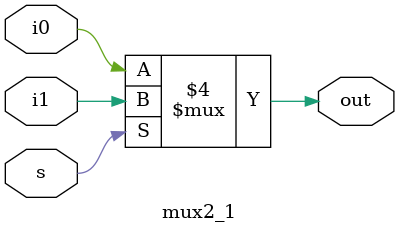
<source format=sv>
module mux2_1(input i0,i1,s,output out);
logic i0,i1,s;
logic out;
always @(*) begin
if(!s)
 out= i0;
 else 
 out= i1;

end
endmodule

</source>
